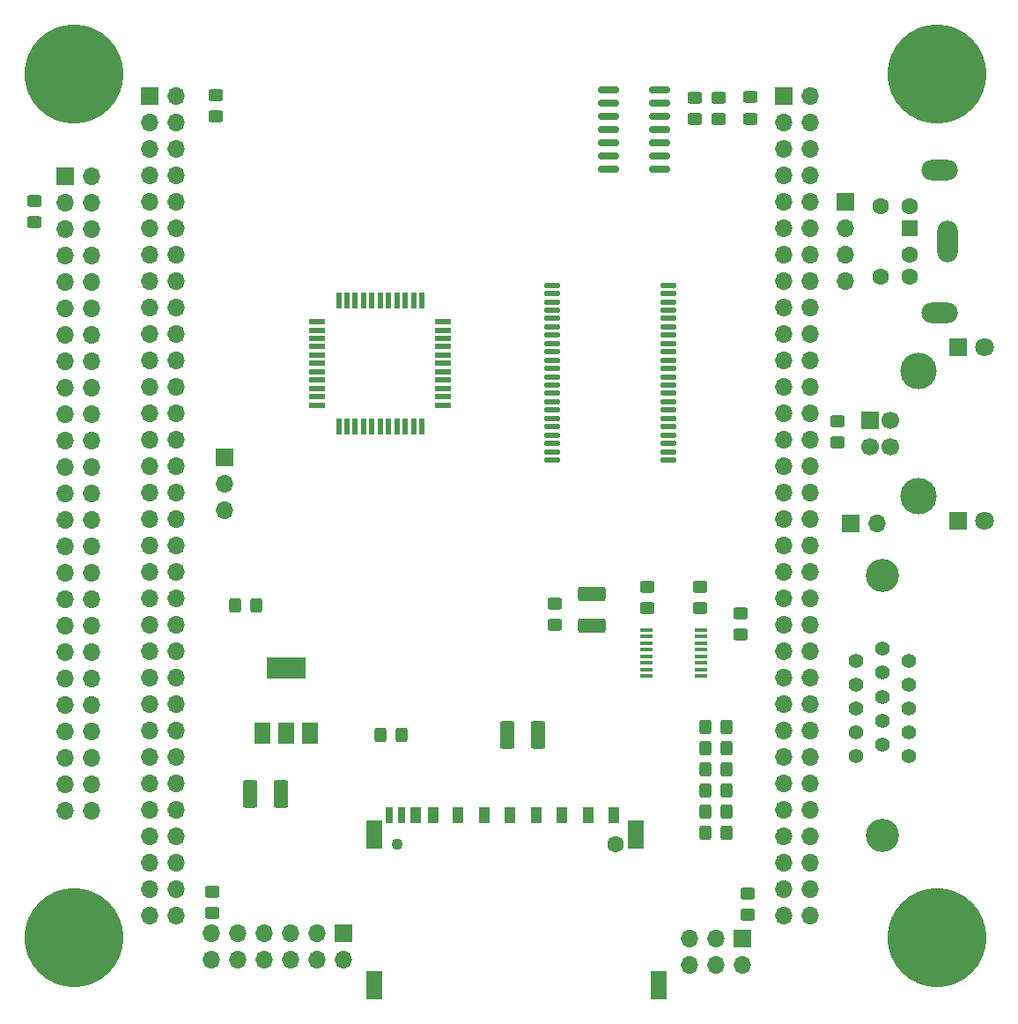
<source format=gts>
G04 #@! TF.GenerationSoftware,KiCad,Pcbnew,(6.0.1)*
G04 #@! TF.CreationDate,2022-08-21T20:10:10-04:00*
G04 #@! TF.ProjectId,RETRO-65C816,52455452-4f2d-4363-9543-3831362e6b69,3*
G04 #@! TF.SameCoordinates,Original*
G04 #@! TF.FileFunction,Soldermask,Top*
G04 #@! TF.FilePolarity,Negative*
%FSLAX46Y46*%
G04 Gerber Fmt 4.6, Leading zero omitted, Abs format (unit mm)*
G04 Created by KiCad (PCBNEW (6.0.1)) date 2022-08-21 20:10:10*
%MOMM*%
%LPD*%
G01*
G04 APERTURE LIST*
G04 Aperture macros list*
%AMRoundRect*
0 Rectangle with rounded corners*
0 $1 Rounding radius*
0 $2 $3 $4 $5 $6 $7 $8 $9 X,Y pos of 4 corners*
0 Add a 4 corners polygon primitive as box body*
4,1,4,$2,$3,$4,$5,$6,$7,$8,$9,$2,$3,0*
0 Add four circle primitives for the rounded corners*
1,1,$1+$1,$2,$3*
1,1,$1+$1,$4,$5*
1,1,$1+$1,$6,$7*
1,1,$1+$1,$8,$9*
0 Add four rect primitives between the rounded corners*
20,1,$1+$1,$2,$3,$4,$5,0*
20,1,$1+$1,$4,$5,$6,$7,0*
20,1,$1+$1,$6,$7,$8,$9,0*
20,1,$1+$1,$8,$9,$2,$3,0*%
G04 Aperture macros list end*
%ADD10R,0.520000X1.500000*%
%ADD11R,1.500000X0.520000*%
%ADD12C,9.525000*%
%ADD13R,1.500000X2.000000*%
%ADD14R,3.800000X2.000000*%
%ADD15R,1.700000X1.700000*%
%ADD16O,1.700000X1.700000*%
%ADD17RoundRect,0.250000X-0.325000X-0.450000X0.325000X-0.450000X0.325000X0.450000X-0.325000X0.450000X0*%
%ADD18RoundRect,0.250000X0.450000X-0.325000X0.450000X0.325000X-0.450000X0.325000X-0.450000X-0.325000X0*%
%ADD19R,1.600000X1.600000*%
%ADD20C,1.600000*%
%ADD21O,2.000000X4.000000*%
%ADD22O,3.500000X2.000000*%
%ADD23R,1.800000X1.800000*%
%ADD24C,1.800000*%
%ADD25RoundRect,0.250000X-0.450000X0.325000X-0.450000X-0.325000X0.450000X-0.325000X0.450000X0.325000X0*%
%ADD26R,1.200000X0.400000*%
%ADD27C,1.100000*%
%ADD28R,1.000000X1.500000*%
%ADD29R,0.700000X1.500000*%
%ADD30R,1.500000X2.800000*%
%ADD31RoundRect,0.137500X-0.625000X-0.137500X0.625000X-0.137500X0.625000X0.137500X-0.625000X0.137500X0*%
%ADD32RoundRect,0.250000X0.325000X0.450000X-0.325000X0.450000X-0.325000X-0.450000X0.325000X-0.450000X0*%
%ADD33RoundRect,0.250001X-0.462499X-1.074999X0.462499X-1.074999X0.462499X1.074999X-0.462499X1.074999X0*%
%ADD34RoundRect,0.250001X0.462499X1.074999X-0.462499X1.074999X-0.462499X-1.074999X0.462499X-1.074999X0*%
%ADD35C,3.200000*%
%ADD36C,1.397000*%
%ADD37RoundRect,0.250001X-1.074999X0.462499X-1.074999X-0.462499X1.074999X-0.462499X1.074999X0.462499X0*%
%ADD38C,1.700000*%
%ADD39C,3.500000*%
%ADD40RoundRect,0.150000X-0.825000X-0.150000X0.825000X-0.150000X0.825000X0.150000X-0.825000X0.150000X0*%
G04 APERTURE END LIST*
D10*
X49466000Y-37765000D03*
X48666000Y-37765000D03*
X47866000Y-37765000D03*
X47066000Y-37765000D03*
X46266000Y-37765000D03*
X45466000Y-37765000D03*
X44666000Y-37765000D03*
X43866000Y-37765000D03*
X43066000Y-37765000D03*
X42266000Y-37765000D03*
X41466000Y-37765000D03*
D11*
X39416000Y-39815000D03*
X39416000Y-40615000D03*
X39416000Y-41415000D03*
X39416000Y-42215000D03*
X39416000Y-43015000D03*
X39416000Y-43815000D03*
X39416000Y-44615000D03*
X39416000Y-45415000D03*
X39416000Y-46215000D03*
X39416000Y-47015000D03*
X39416000Y-47815000D03*
D10*
X41466000Y-49865000D03*
X42266000Y-49865000D03*
X43066000Y-49865000D03*
X43866000Y-49865000D03*
X44666000Y-49865000D03*
X45466000Y-49865000D03*
X46266000Y-49865000D03*
X47066000Y-49865000D03*
X47866000Y-49865000D03*
X48666000Y-49865000D03*
X49466000Y-49865000D03*
D11*
X51516000Y-47815000D03*
X51516000Y-47015000D03*
X51516000Y-46215000D03*
X51516000Y-45415000D03*
X51516000Y-44615000D03*
X51516000Y-43815000D03*
X51516000Y-43015000D03*
X51516000Y-42215000D03*
X51516000Y-41415000D03*
X51516000Y-40615000D03*
X51516000Y-39815000D03*
D12*
X16000000Y-16000000D03*
X99000000Y-16000000D03*
X16000000Y-99000000D03*
X99000000Y-99000000D03*
D13*
X34123600Y-79375400D03*
X36423600Y-79375400D03*
X38723600Y-79375400D03*
D14*
X36423600Y-73075400D03*
D15*
X90678000Y-59182000D03*
D16*
X93218000Y-59182000D03*
D17*
X76699000Y-78740000D03*
X78749000Y-78740000D03*
X76699000Y-80772000D03*
X78749000Y-80772000D03*
X76744800Y-82804000D03*
X78794800Y-82804000D03*
X76699000Y-84836000D03*
X78749000Y-84836000D03*
X76699000Y-86868000D03*
X78749000Y-86868000D03*
X76699000Y-88900000D03*
X78749000Y-88900000D03*
D18*
X75692000Y-20329000D03*
X75692000Y-18279000D03*
X77978000Y-20329000D03*
X77978000Y-18279000D03*
D15*
X90200000Y-28300000D03*
D16*
X90200000Y-30840000D03*
X90200000Y-33380000D03*
X90200000Y-35920000D03*
D19*
X96400000Y-30800000D03*
D20*
X96400000Y-33400000D03*
X96400000Y-28700000D03*
X96400000Y-35500000D03*
X93600000Y-28700000D03*
X93600000Y-35500000D03*
D21*
X100050000Y-32100000D03*
D22*
X99250000Y-25250000D03*
X99250000Y-38950000D03*
D15*
X84250000Y-18166000D03*
D16*
X86790000Y-18166000D03*
X84250000Y-20706000D03*
X86790000Y-20706000D03*
X84250000Y-23246000D03*
X86790000Y-23246000D03*
X84250000Y-25786000D03*
X86790000Y-25786000D03*
X84250000Y-28326000D03*
X86790000Y-28326000D03*
X84250000Y-30866000D03*
X86790000Y-30866000D03*
X84250000Y-33406000D03*
X86790000Y-33406000D03*
X84250000Y-35946000D03*
X86790000Y-35946000D03*
X84250000Y-38486000D03*
X86790000Y-38486000D03*
X84250000Y-41026000D03*
X86790000Y-41026000D03*
X84250000Y-43566000D03*
X86790000Y-43566000D03*
X84250000Y-46106000D03*
X86790000Y-46106000D03*
X84250000Y-48646000D03*
X86790000Y-48646000D03*
X84250000Y-51186000D03*
X86790000Y-51186000D03*
X84250000Y-53726000D03*
X86790000Y-53726000D03*
X84250000Y-56266000D03*
X86790000Y-56266000D03*
X84250000Y-58806000D03*
X86790000Y-58806000D03*
X84250000Y-61346000D03*
X86790000Y-61346000D03*
X84250000Y-63886000D03*
X86790000Y-63886000D03*
X84250000Y-66426000D03*
X86790000Y-66426000D03*
X84250000Y-68966000D03*
X86790000Y-68966000D03*
X84250000Y-71506000D03*
X86790000Y-71506000D03*
X84250000Y-74046000D03*
X86790000Y-74046000D03*
X84250000Y-76586000D03*
X86790000Y-76586000D03*
X84250000Y-79126000D03*
X86790000Y-79126000D03*
X84250000Y-81666000D03*
X86790000Y-81666000D03*
X84250000Y-84206000D03*
X86790000Y-84206000D03*
X84250000Y-86746000D03*
X86790000Y-86746000D03*
X84250000Y-89286000D03*
X86790000Y-89286000D03*
X84250000Y-91826000D03*
X86790000Y-91826000D03*
X84250000Y-94366000D03*
X86790000Y-94366000D03*
X84250000Y-96906000D03*
X86790000Y-96906000D03*
D15*
X23310000Y-18166000D03*
D16*
X25850000Y-18166000D03*
X23310000Y-20706000D03*
X25850000Y-20706000D03*
X23310000Y-23246000D03*
X25850000Y-23246000D03*
X23310000Y-25786000D03*
X25850000Y-25786000D03*
X23310000Y-28326000D03*
X25850000Y-28326000D03*
X23310000Y-30866000D03*
X25850000Y-30866000D03*
X23310000Y-33406000D03*
X25850000Y-33406000D03*
X23310000Y-35946000D03*
X25850000Y-35946000D03*
X23310000Y-38486000D03*
X25850000Y-38486000D03*
X23310000Y-41026000D03*
X25850000Y-41026000D03*
X23310000Y-43566000D03*
X25850000Y-43566000D03*
X23310000Y-46106000D03*
X25850000Y-46106000D03*
X23310000Y-48646000D03*
X25850000Y-48646000D03*
X23310000Y-51186000D03*
X25850000Y-51186000D03*
X23310000Y-53726000D03*
X25850000Y-53726000D03*
X23310000Y-56266000D03*
X25850000Y-56266000D03*
X23310000Y-58806000D03*
X25850000Y-58806000D03*
X23310000Y-61346000D03*
X25850000Y-61346000D03*
X23310000Y-63886000D03*
X25850000Y-63886000D03*
X23310000Y-66426000D03*
X25850000Y-66426000D03*
X23310000Y-68966000D03*
X25850000Y-68966000D03*
X23310000Y-71506000D03*
X25850000Y-71506000D03*
X23310000Y-74046000D03*
X25850000Y-74046000D03*
X23310000Y-76586000D03*
X25850000Y-76586000D03*
X23310000Y-79126000D03*
X25850000Y-79126000D03*
X23310000Y-81666000D03*
X25850000Y-81666000D03*
X23310000Y-84206000D03*
X25850000Y-84206000D03*
X23310000Y-86746000D03*
X25850000Y-86746000D03*
X23310000Y-89286000D03*
X25850000Y-89286000D03*
X23310000Y-91826000D03*
X25850000Y-91826000D03*
X23310000Y-94366000D03*
X25850000Y-94366000D03*
X23310000Y-96906000D03*
X25850000Y-96906000D03*
D23*
X101015800Y-42291000D03*
D24*
X103555800Y-42291000D03*
D18*
X80137000Y-69859000D03*
X80137000Y-67809000D03*
D25*
X71120000Y-65269000D03*
X71120000Y-67319000D03*
X76200000Y-65269000D03*
X76200000Y-67319000D03*
D26*
X76260000Y-73850500D03*
X76260000Y-73215500D03*
X76260000Y-72580500D03*
X76260000Y-71945500D03*
X76260000Y-71310500D03*
X76260000Y-70675500D03*
X76260000Y-70040500D03*
X76260000Y-69405500D03*
X71060000Y-69405500D03*
X71060000Y-70040500D03*
X71060000Y-70675500D03*
X71060000Y-71310500D03*
X71060000Y-71945500D03*
X71060000Y-72580500D03*
X71060000Y-73215500D03*
X71060000Y-73850500D03*
D27*
X47079000Y-90043000D03*
D20*
X68079000Y-90043000D03*
D28*
X65459000Y-87243000D03*
X62959000Y-87243000D03*
X60459000Y-87243000D03*
X57959000Y-87243000D03*
X55459000Y-87243000D03*
X52959000Y-87243000D03*
X50539000Y-87243000D03*
X48839000Y-87243000D03*
X67959000Y-87243000D03*
D29*
X47499000Y-87243000D03*
X46359000Y-87243000D03*
D30*
X70029000Y-89043000D03*
X44929000Y-89043000D03*
X44929000Y-103543000D03*
X72229000Y-103543000D03*
D15*
X15140000Y-25800000D03*
D16*
X17680000Y-25800000D03*
X15140000Y-28340000D03*
X17680000Y-28340000D03*
X15140000Y-30880000D03*
X17680000Y-30880000D03*
X15140000Y-33420000D03*
X17680000Y-33420000D03*
X15140000Y-35960000D03*
X17680000Y-35960000D03*
X15140000Y-38500000D03*
X17680000Y-38500000D03*
X15140000Y-41040000D03*
X17680000Y-41040000D03*
X15140000Y-43580000D03*
X17680000Y-43580000D03*
X15140000Y-46120000D03*
X17680000Y-46120000D03*
X15140000Y-48660000D03*
X17680000Y-48660000D03*
X15140000Y-51200000D03*
X17680000Y-51200000D03*
X15140000Y-53740000D03*
X17680000Y-53740000D03*
X15140000Y-56280000D03*
X17680000Y-56280000D03*
X15140000Y-58820000D03*
X17680000Y-58820000D03*
X15140000Y-61360000D03*
X17680000Y-61360000D03*
X15140000Y-63900000D03*
X17680000Y-63900000D03*
X15140000Y-66440000D03*
X17680000Y-66440000D03*
X15140000Y-68980000D03*
X17680000Y-68980000D03*
X15140000Y-71520000D03*
X17680000Y-71520000D03*
X15140000Y-74060000D03*
X17680000Y-74060000D03*
X15140000Y-76600000D03*
X17680000Y-76600000D03*
X15140000Y-79140000D03*
X17680000Y-79140000D03*
X15140000Y-81680000D03*
X17680000Y-81680000D03*
X15140000Y-84220000D03*
X17680000Y-84220000D03*
X15140000Y-86760000D03*
X17680000Y-86760000D03*
D18*
X29286200Y-96605200D03*
X29286200Y-94555200D03*
X80772000Y-96783000D03*
X80772000Y-94733000D03*
D25*
X12242800Y-28185000D03*
X12242800Y-30235000D03*
D18*
X81000600Y-20303600D03*
X81000600Y-18253600D03*
X29667200Y-20100400D03*
X29667200Y-18050400D03*
D15*
X30480000Y-52832000D03*
D16*
X30480000Y-55372000D03*
X30480000Y-57912000D03*
D18*
X62230000Y-68970000D03*
X62230000Y-66920000D03*
D25*
X89458800Y-49368600D03*
X89458800Y-51418600D03*
D31*
X61976500Y-36304000D03*
X61976500Y-37104000D03*
X61976500Y-37904000D03*
X61976500Y-38704000D03*
X61976500Y-39504000D03*
X61976500Y-40304000D03*
X61976500Y-41104000D03*
X61976500Y-41904000D03*
X61976500Y-42704000D03*
X61976500Y-43504000D03*
X61976500Y-44304000D03*
X61976500Y-45104000D03*
X61976500Y-45904000D03*
X61976500Y-46704000D03*
X61976500Y-47504000D03*
X61976500Y-48304000D03*
X61976500Y-49104000D03*
X61976500Y-49904000D03*
X61976500Y-50704000D03*
X61976500Y-51504000D03*
X61976500Y-52304000D03*
X61976500Y-53104000D03*
X73151500Y-53104000D03*
X73151500Y-52304000D03*
X73151500Y-51504000D03*
X73151500Y-50704000D03*
X73151500Y-49904000D03*
X73151500Y-49104000D03*
X73151500Y-48304000D03*
X73151500Y-47504000D03*
X73151500Y-46704000D03*
X73151500Y-45904000D03*
X73151500Y-45104000D03*
X73151500Y-44304000D03*
X73151500Y-43504000D03*
X73151500Y-42704000D03*
X73151500Y-41904000D03*
X73151500Y-41104000D03*
X73151500Y-40304000D03*
X73151500Y-39504000D03*
X73151500Y-38704000D03*
X73151500Y-37904000D03*
X73151500Y-37104000D03*
X73151500Y-36304000D03*
D32*
X47507000Y-79502000D03*
X45457000Y-79502000D03*
D33*
X57694500Y-79502000D03*
X60669500Y-79502000D03*
D32*
X33537000Y-67056000D03*
X31487000Y-67056000D03*
D34*
X35904500Y-85191600D03*
X32929500Y-85191600D03*
D15*
X41910000Y-98552000D03*
D16*
X41910000Y-101092000D03*
X39370000Y-98552000D03*
X39370000Y-101092000D03*
X36830000Y-98552000D03*
X36830000Y-101092000D03*
X34290000Y-98552000D03*
X34290000Y-101092000D03*
X31750000Y-98552000D03*
X31750000Y-101092000D03*
X29210000Y-98552000D03*
X29210000Y-101092000D03*
D35*
X93779340Y-64213740D03*
X93779340Y-89202260D03*
D36*
X91239340Y-72397620D03*
X91239340Y-74688700D03*
X91239340Y-76974700D03*
X91239340Y-79268320D03*
X91239340Y-81556860D03*
X93779340Y-71252080D03*
X93779340Y-73543160D03*
X93779340Y-75834240D03*
X93779340Y-78122780D03*
X93779340Y-80413860D03*
X96319340Y-72397620D03*
X96319340Y-74688700D03*
X96316800Y-76977240D03*
X96319340Y-79268320D03*
X96319340Y-81556860D03*
D15*
X80249000Y-99055000D03*
D16*
X80249000Y-101595000D03*
X77709000Y-99055000D03*
X77709000Y-101595000D03*
X75169000Y-99055000D03*
X75169000Y-101595000D03*
D37*
X65786000Y-66000300D03*
X65786000Y-68975300D03*
D15*
X92532200Y-49326800D03*
D38*
X92532200Y-51826800D03*
X94532200Y-51826800D03*
X94532200Y-49326800D03*
D39*
X97242200Y-56596800D03*
X97242200Y-44556800D03*
D23*
X100990400Y-58953400D03*
D24*
X103530400Y-58953400D03*
D40*
X67375000Y-17526000D03*
X67375000Y-18796000D03*
X67375000Y-20066000D03*
X67375000Y-21336000D03*
X67375000Y-22606000D03*
X67375000Y-23876000D03*
X67375000Y-25146000D03*
X72325000Y-25146000D03*
X72325000Y-23876000D03*
X72325000Y-22606000D03*
X72325000Y-21336000D03*
X72325000Y-20066000D03*
X72325000Y-18796000D03*
X72325000Y-17526000D03*
M02*

</source>
